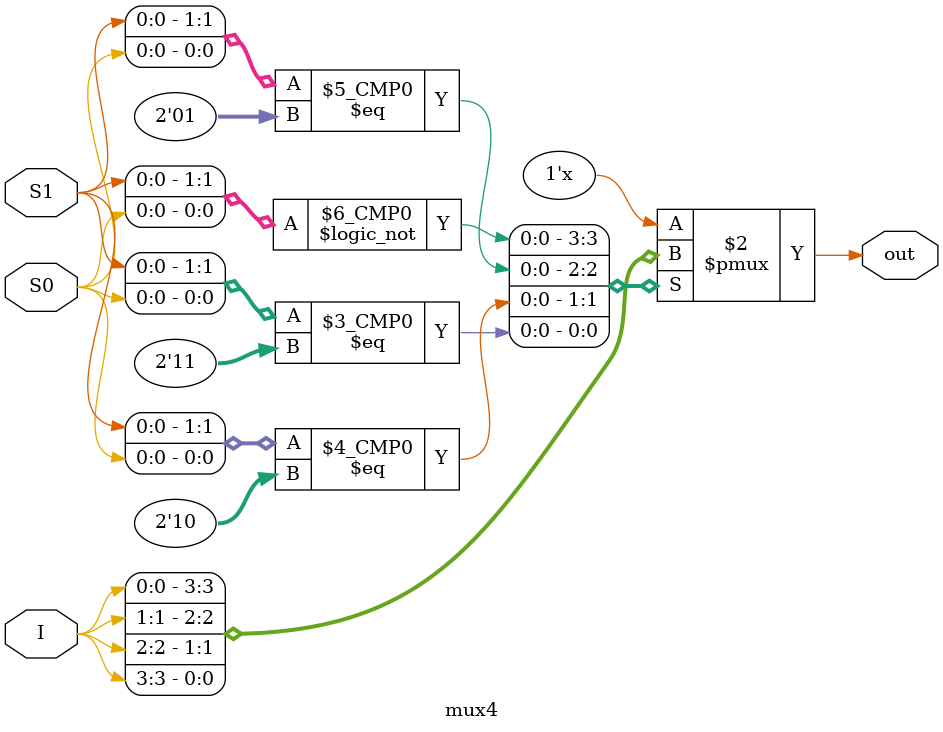
<source format=v>
module testbed;
    reg S0, S1 ;
    reg [3:0] I;
    wire out;

    mux4 m1(.out(out), .I(I), .S0(S0), .S1(S1));

    initial 
    begin
        I = 4'b0101 ;
        $monitor($time, " S0 = %b , S1 = %b, Out = %b", S0, S1, out);
        S1 = 0; S0 = 0 ; #10
        S1 = 0; S0 = 1 ; #10
        S1 = 1; S0 = 0 ; #10
        S1 = 1; S0 = 1 ; #10
        $finish; 

    end
endmodule


module mux4(out, I, S0, S1);
    input [3:0]I;
    input S0, S1;
    output reg out;

    always @(*)

        case({S1, S0})
        0 : out = I[0];
        1 : out = I[1];
        2 : out = I[2];
        3 : out = I[3];
        default : out = 1'bx;
        endcase
endmodule
</source>
